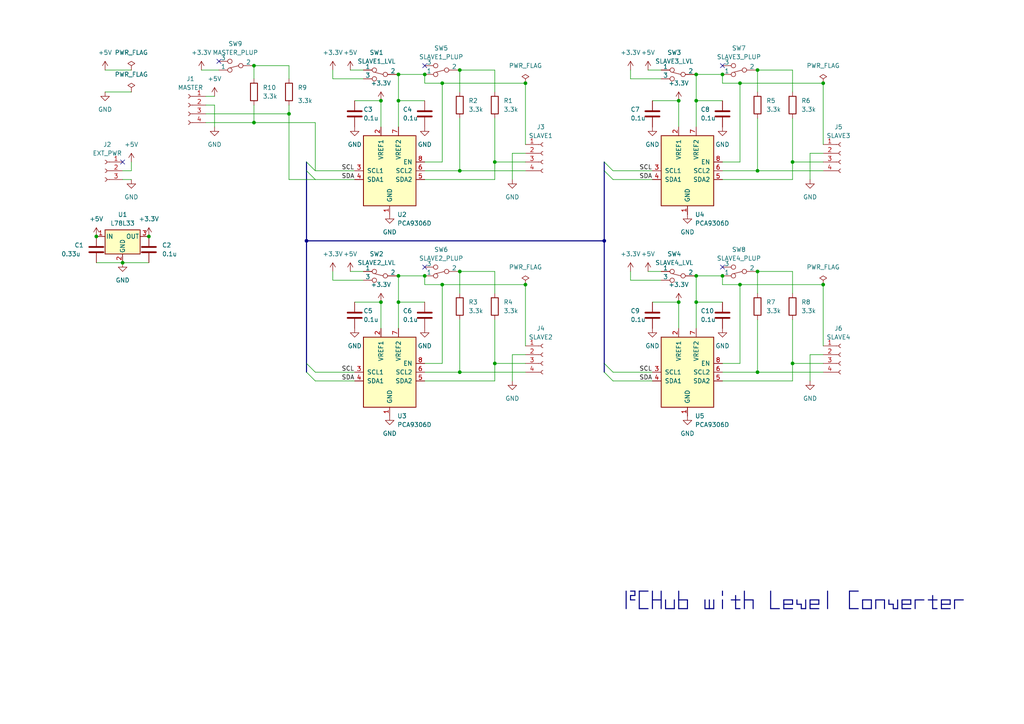
<source format=kicad_sch>
(kicad_sch (version 20230121) (generator eeschema)
  (paper "A4")
  (lib_symbols
    (symbol "Connector:Conn_01x03_Socket" (pin_names (offset 1.016) hide)
      (property "Reference" "J" (at 0 5.08 0))
      (property "Value" "Conn_01x03_Socket" (at 0 -5.08 0))
      (symbol "Conn_01x03_Socket_1_1"
        (arc (start 0 -2.032) (mid -0.5058 -2.54) (end 0 -3.048) (stroke (width 0.1524)))
        (polyline (pts (xy -1.27 -2.54) (xy -0.508 -2.54)) (stroke (width 0.1524)))
        (polyline (pts (xy -1.27 0) (xy -0.508 0)) (stroke (width 0.1524)))
        (polyline (pts (xy -1.27 2.54) (xy -0.508 2.54)) (stroke (width 0.1524)))
        (arc (start 0 0.508) (mid -0.5058 0) (end 0 -0.508) (stroke (width 0.1524)))
        (arc (start 0 3.048) (mid -0.5058 2.54) (end 0 2.032) (stroke (width 0.1524)))
        (pin passive line (at -5.08 2.54 0) (length 3.81) (name "Pin_1") (number "1"))
        (pin passive line (at -5.08 0 0) (length 3.81) (name "Pin_2") (number "2"))
        (pin passive line (at -5.08 -2.54 0) (length 3.81) (name "Pin_3") (number "3"))
      )
    )
    (symbol "Connector:Conn_01x04_Socket" (pin_names (offset 1.016) hide)
      (property "Reference" "J" (at 0 5.08 0))
      (property "Value" "Conn_01x04_Socket" (at 0 -7.62 0))
      (symbol "Conn_01x04_Socket_1_1"
        (arc (start 0 -4.572) (mid -0.5058 -5.08) (end 0 -5.588) (stroke (width 0.1524)))
        (arc (start 0 -2.032) (mid -0.5058 -2.54) (end 0 -3.048) (stroke (width 0.1524)))
        (polyline (pts (xy -1.27 -5.08) (xy -0.508 -5.08)) (stroke (width 0.1524)))
        (polyline (pts (xy -1.27 -2.54) (xy -0.508 -2.54)) (stroke (width 0.1524)))
        (polyline (pts (xy -1.27 0) (xy -0.508 0)) (stroke (width 0.1524)))
        (polyline (pts (xy -1.27 2.54) (xy -0.508 2.54)) (stroke (width 0.1524)))
        (arc (start 0 0.508) (mid -0.5058 0) (end 0 -0.508) (stroke (width 0.1524)))
        (arc (start 0 3.048) (mid -0.5058 2.54) (end 0 2.032) (stroke (width 0.1524)))
        (pin passive line (at -5.08 2.54 0) (length 3.81) (name "Pin_1") (number "1"))
        (pin passive line (at -5.08 0 0) (length 3.81) (name "Pin_2") (number "2"))
        (pin passive line (at -5.08 -2.54 0) (length 3.81) (name "Pin_3") (number "3"))
        (pin passive line (at -5.08 -5.08 0) (length 3.81) (name "Pin_4") (number "4"))
      )
    )
    (symbol "Device:C" (pin_numbers hide) (pin_names (offset 0.254))
      (property "Reference" "C" (at 0.635 2.54 0))
      (property "Value" "C" (at 0.635 -2.54 0))
      (symbol "C_0_1"
        (polyline (pts (xy -2.032 -0.762) (xy 2.032 -0.762)) (stroke (width 0.508)))
        (polyline (pts (xy -2.032 0.762) (xy 2.032 0.762)) (stroke (width 0.508)))
      )
      (symbol "C_1_1"
        (pin passive line (at 0 3.81 270) (length 2.794) (name "~") (number "1"))
        (pin passive line (at 0 -3.81 90) (length 2.794) (name "~") (number "2"))
      )
    )
    (symbol "Device:R" (pin_numbers hide) (pin_names (offset 0))
      (property "Reference" "R" (at 2.032 0 90))
      (property "Value" "R" (at 0 0 90))
      (symbol "R_0_1"
        (rectangle (start -1.016 -2.54) (end 1.016 2.54) (stroke (width 0.254)))
      )
      (symbol "R_1_1"
        (pin passive line (at 0 3.81 270) (length 1.27) (name "~") (number "1"))
        (pin passive line (at 0 -3.81 90) (length 1.27) (name "~") (number "2"))
      )
    )
    (symbol "Interface:PCA9306D" (pin_names (offset 1.016))
      (property "Reference" "U" (at -7.62 11.43 0))
      (property "Value" "PCA9306D" (at 3.81 11.43 0))
      (symbol "PCA9306D_0_1"
        (rectangle (start -7.62 10.16) (end 7.62 -10.16) (stroke (width 0.254)) (fill (type background)))
      )
      (symbol "PCA9306D_1_1"
        (pin power_in line (at 0 -12.7 90) (length 2.54) (name "GND") (number "1"))
        (pin power_in line (at -2.54 12.7 270) (length 2.54) (name "VREF1") (number "2"))
        (pin bidirectional line (at -10.16 0 0) (length 2.54) (name "SCL1") (number "3"))
        (pin bidirectional line (at -10.16 -2.54 0) (length 2.54) (name "SDA1") (number "4"))
        (pin bidirectional line (at 10.16 -2.54 180) (length 2.54) (name "SDA2") (number "5"))
        (pin bidirectional line (at 10.16 0 180) (length 2.54) (name "SCL2") (number "6"))
        (pin power_in line (at 2.54 12.7 270) (length 2.54) (name "VREF2") (number "7"))
        (pin input line (at 10.16 2.54 180) (length 2.54) (name "EN") (number "8"))
      )
    )
    (symbol "Regulator_Linear:L7805" (pin_names (offset 0.254))
      (property "Reference" "U" (at -3.81 3.175 0))
      (property "Value" "L7805" (at 0 3.175 0))
      (symbol "L7805_0_1"
        (rectangle (start -5.08 1.905) (end 5.08 -5.08) (stroke (width 0.254)) (fill (type background)))
      )
      (symbol "L7805_1_1"
        (pin power_in line (at -7.62 0 0) (length 2.54) (name "IN") (number "1"))
        (pin power_in line (at 0 -7.62 90) (length 2.54) (name "GND") (number "2"))
        (pin power_out line (at 7.62 0 180) (length 2.54) (name "OUT") (number "3"))
      )
    )
    (symbol "mecha:SWITCH_INV" (pin_numbers hide) (pin_names (offset 0))
      (property "Reference" "SW" (at -2.54 3.81 0))
      (property "Value" "SWITCH_INV" (at 0 -3.81 0))
      (symbol "SWITCH_INV_0_1"
        (circle (center -2.54 0) (radius 0.635))
        (polyline (pts (xy -1.905 0) (xy 0.635 0.635)))
        (circle (center 0.635 -1.27) (radius 0.635))
        (circle (center 0.635 1.27) (radius 0.635))
      )
      (symbol "SWITCH_INV_1_1"
        (pin passive line (at 3.81 1.27 180) (length 2.54) (name "1") (number "1"))
        (pin passive line (at -6.35 0 0) (length 3.175) (name "2") (number "2"))
        (pin passive line (at 3.81 -1.27 180) (length 2.54) (name "3") (number "3"))
      )
    )
    (symbol "power:+3.3V" (power) (pin_names (offset 0))
      (property "Value" "+3.3V" (at 0 3.556 0))
      (symbol "+3.3V_0_1"
        (polyline (pts (xy -0.762 1.27) (xy 0 2.54)))
        (polyline (pts (xy 0 0) (xy 0 2.54)))
        (polyline (pts (xy 0 2.54) (xy 0.762 1.27)))
      )
      (symbol "+3.3V_1_1"
        (pin power_in line (at 0 0 90) (length 0) hide (name "+3.3V") (number "1"))
      )
    )
    (symbol "power:+5V" (power) (pin_names (offset 0))
      (property "Value" "+5V" (at 0 3.556 0))
      (symbol "+5V_0_1"
        (polyline (pts (xy -0.762 1.27) (xy 0 2.54)))
        (polyline (pts (xy 0 0) (xy 0 2.54)))
        (polyline (pts (xy 0 2.54) (xy 0.762 1.27)))
      )
      (symbol "+5V_1_1"
        (pin power_in line (at 0 0 90) (length 0) hide (name "+5V") (number "1"))
      )
    )
    (symbol "power:GND" (power) (pin_names (offset 0))
      (property "Value" "GND" (at 0 -3.81 0))
      (symbol "GND_0_1"
        (polyline (pts (xy 0 0) (xy 0 -1.27) (xy 1.27 -1.27) (xy 0 -2.54) (xy -1.27 -1.27) (xy 0 -1.27)))
      )
      (symbol "GND_1_1"
        (pin power_in line (at 0 0 270) (length 0) hide (name "GND") (number "1"))
      )
    )
    (symbol "power:PWR_FLAG" (power) (pin_numbers hide) (pin_names (offset 0) hide)
      (property "Value" "PWR_FLAG" (at 0 3.81 0))
      (symbol "PWR_FLAG_0_0"
        (pin power_out line (at 0 0 90) (length 0) (name "pwr") (number "1"))
      )
      (symbol "PWR_FLAG_0_1"
        (polyline (pts (xy 0 0) (xy 0 1.27) (xy -1.016 1.905) (xy 0 2.54) (xy 1.016 1.905) (xy 0 1.27)))
      )
    )
  )
  (junction (at 143.51 105.41))
  (junction (at 209.55 21.59))
  (junction (at 115.57 80.01))
  (junction (at 133.35 78.74))
  (junction (at 201.93 29.21))
  (junction (at 152.4 24.13))
  (junction (at 219.71 78.74))
  (junction (at 73.66 35.56))
  (junction (at 219.71 107.95))
  (junction (at 196.85 87.63))
  (junction (at 201.93 87.63))
  (junction (at 83.82 33.02))
  (junction (at 88.9 69.85))
  (junction (at 201.93 21.59))
  (junction (at 115.57 87.63))
  (junction (at 35.56 76.2))
  (junction (at 115.57 21.59))
  (junction (at 209.55 80.01))
  (junction (at 133.35 107.95))
  (junction (at 152.4 82.55))
  (junction (at 196.85 29.21))
  (junction (at 128.27 82.55))
  (junction (at 133.35 20.32))
  (junction (at 238.76 24.13))
  (junction (at 128.27 24.13))
  (junction (at 133.35 49.53))
  (junction (at 110.49 29.21))
  (junction (at 123.19 21.59))
  (junction (at 238.76 82.55))
  (junction (at 110.49 87.63))
  (junction (at 175.26 69.85))
  (junction (at 214.63 24.13))
  (junction (at 214.63 82.55))
  (junction (at 27.94 68.58))
  (junction (at 229.87 105.41))
  (junction (at 219.71 20.32))
  (junction (at 73.66 19.05))
  (junction (at 43.18 68.58))
  (junction (at 229.87 46.99))
  (junction (at 201.93 80.01))
  (junction (at 143.51 46.99))
  (junction (at 115.57 29.21))
  (junction (at 123.19 80.01))
  (junction (at 219.71 49.53))
  (no_connect (at 63.5 17.78))
  (no_connect (at 209.55 19.05))
  (no_connect (at 123.19 77.47))
  (no_connect (at 123.19 19.05))
  (no_connect (at 35.56 46.99))
  (no_connect (at 209.55 77.47))
  (bus_entry (at 91.44 49.53) (size -2.54 -2.54))
  (bus_entry (at 91.44 52.07) (size -2.54 -2.54))
  (bus_entry (at 91.44 110.49) (size -2.54 -2.54))
  (bus_entry (at 177.8 49.53) (size -2.54 -2.54))
  (bus_entry (at 177.8 107.95) (size -2.54 -2.54))
  (bus_entry (at 177.8 110.49) (size -2.54 -2.54))
  (bus_entry (at 177.8 52.07) (size -2.54 -2.54))
  (bus_entry (at 91.44 107.95) (size -2.54 -2.54))
  (wire (pts (xy 187.96 20.32) (xy 191.77 20.32)))
  (bus (pts (xy 231.14 173.99) (xy 231.14 175.26)))
  (wire (pts (xy 128.27 82.55) (xy 128.27 105.41)))
  (bus (pts (xy 229.87 173.99) (xy 229.87 175.26)))
  (wire (pts (xy 219.71 34.29) (xy 219.71 49.53)))
  (wire (pts (xy 214.63 82.55) (xy 238.76 82.55)))
  (bus (pts (xy 175.26 69.85) (xy 175.26 105.41)))
  (wire (pts (xy 209.55 29.21) (xy 201.93 29.21)))
  (wire (pts (xy 128.27 24.13) (xy 123.19 24.13)))
  (wire (pts (xy 73.66 35.56) (xy 91.44 35.56)))
  (wire (pts (xy 123.19 107.95) (xy 133.35 107.95)))
  (wire (pts (xy 209.55 49.53) (xy 219.71 49.53)))
  (bus (pts (xy 223.52 171.45) (xy 223.52 176.53)))
  (wire (pts (xy 30.48 26.67) (xy 38.1 26.67)))
  (wire (pts (xy 209.55 80.01) (xy 209.55 82.55)))
  (bus (pts (xy 175.26 49.53) (xy 175.26 69.85)))
  (wire (pts (xy 189.23 87.63) (xy 196.85 87.63)))
  (bus (pts (xy 237.49 176.53) (xy 234.95 176.53)))
  (bus (pts (xy 204.47 176.53) (xy 207.01 176.53)))
  (bus (pts (xy 199.39 176.53) (xy 199.39 173.99)))
  (wire (pts (xy 133.35 107.95) (xy 152.4 107.95)))
  (bus (pts (xy 227.33 173.99) (xy 227.33 176.53)))
  (wire (pts (xy 91.44 52.07) (xy 102.87 52.07)))
  (wire (pts (xy 59.69 33.02) (xy 83.82 33.02)))
  (bus (pts (xy 204.47 173.99) (xy 204.47 176.53)))
  (wire (pts (xy 133.35 20.32) (xy 143.51 20.32)))
  (bus (pts (xy 175.26 69.85) (xy 88.9 69.85)))
  (wire (pts (xy 133.35 85.09) (xy 133.35 78.74)))
  (wire (pts (xy 102.87 87.63) (xy 110.49 87.63)))
  (bus (pts (xy 259.08 175.26) (xy 259.08 176.53)))
  (wire (pts (xy 143.51 92.71) (xy 143.51 105.41)))
  (wire (pts (xy 133.35 78.74) (xy 143.51 78.74)))
  (wire (pts (xy 115.57 29.21) (xy 115.57 36.83)))
  (wire (pts (xy 128.27 82.55) (xy 152.4 82.55)))
  (bus (pts (xy 252.73 176.53) (xy 252.73 173.99)))
  (bus (pts (xy 232.41 176.53) (xy 233.68 176.53)))
  (bus (pts (xy 265.43 173.99) (xy 267.97 173.99)))
  (bus (pts (xy 215.9 173.99) (xy 218.44 173.99)))
  (bus (pts (xy 88.9 69.85) (xy 88.9 105.41)))
  (wire (pts (xy 143.51 110.49) (xy 143.51 105.41)))
  (wire (pts (xy 123.19 87.63) (xy 115.57 87.63)))
  (wire (pts (xy 148.59 102.87) (xy 148.59 110.49)))
  (wire (pts (xy 143.51 105.41) (xy 152.4 105.41)))
  (wire (pts (xy 143.51 46.99) (xy 152.4 46.99)))
  (wire (pts (xy 214.63 24.13) (xy 209.55 24.13)))
  (bus (pts (xy 233.68 173.99) (xy 233.68 176.53)))
  (wire (pts (xy 91.44 107.95) (xy 102.87 107.95)))
  (wire (pts (xy 128.27 105.41) (xy 123.19 105.41)))
  (bus (pts (xy 273.05 176.53) (xy 275.59 176.53)))
  (bus (pts (xy 184.15 171.45) (xy 184.15 172.72)))
  (wire (pts (xy 59.69 30.48) (xy 62.23 30.48)))
  (wire (pts (xy 177.8 49.53) (xy 189.23 49.53)))
  (bus (pts (xy 264.16 173.99) (xy 264.16 175.26)))
  (bus (pts (xy 209.55 171.45) (xy 209.55 172.72)))
  (wire (pts (xy 182.88 81.28) (xy 191.77 81.28)))
  (wire (pts (xy 123.19 80.01) (xy 123.19 82.55)))
  (wire (pts (xy 38.1 46.99) (xy 38.1 49.53)))
  (wire (pts (xy 96.52 78.74) (xy 96.52 81.28)))
  (wire (pts (xy 143.51 20.32) (xy 143.51 26.67)))
  (bus (pts (xy 257.81 173.99) (xy 257.81 175.26)))
  (wire (pts (xy 143.51 52.07) (xy 143.51 46.99)))
  (wire (pts (xy 201.93 21.59) (xy 209.55 21.59)))
  (wire (pts (xy 110.49 29.21) (xy 110.49 36.83)))
  (wire (pts (xy 238.76 102.87) (xy 234.95 102.87)))
  (wire (pts (xy 219.71 78.74) (xy 229.87 78.74)))
  (wire (pts (xy 35.56 49.53) (xy 38.1 49.53)))
  (bus (pts (xy 191.77 171.45) (xy 191.77 176.53)))
  (bus (pts (xy 276.86 173.99) (xy 279.4 173.99)))
  (bus (pts (xy 185.42 176.53) (xy 187.96 176.53)))
  (wire (pts (xy 219.71 92.71) (xy 219.71 107.95)))
  (wire (pts (xy 238.76 44.45) (xy 234.95 44.45)))
  (wire (pts (xy 59.69 35.56) (xy 73.66 35.56)))
  (bus (pts (xy 261.62 173.99) (xy 261.62 176.53)))
  (wire (pts (xy 177.8 110.49) (xy 189.23 110.49)))
  (wire (pts (xy 83.82 30.48) (xy 83.82 33.02)))
  (wire (pts (xy 115.57 87.63) (xy 115.57 95.25)))
  (bus (pts (xy 273.05 175.26) (xy 275.59 175.26)))
  (bus (pts (xy 234.95 173.99) (xy 234.95 176.53)))
  (bus (pts (xy 215.9 171.45) (xy 215.9 176.53)))
  (wire (pts (xy 128.27 24.13) (xy 152.4 24.13)))
  (wire (pts (xy 133.35 49.53) (xy 152.4 49.53)))
  (bus (pts (xy 260.35 173.99) (xy 260.35 176.53)))
  (bus (pts (xy 196.85 176.53) (xy 199.39 176.53)))
  (bus (pts (xy 184.15 172.72) (xy 182.88 172.72)))
  (bus (pts (xy 189.23 173.99) (xy 191.77 173.99)))
  (bus (pts (xy 276.86 176.53) (xy 276.86 173.99)))
  (wire (pts (xy 209.55 52.07) (xy 229.87 52.07)))
  (wire (pts (xy 30.48 20.32) (xy 38.1 20.32)))
  (wire (pts (xy 214.63 46.99) (xy 209.55 46.99)))
  (wire (pts (xy 91.44 35.56) (xy 91.44 49.53)))
  (wire (pts (xy 229.87 46.99) (xy 238.76 46.99)))
  (wire (pts (xy 182.88 22.86) (xy 191.77 22.86)))
  (wire (pts (xy 58.42 20.32) (xy 63.5 20.32)))
  (bus (pts (xy 270.51 172.72) (xy 270.51 176.53)))
  (wire (pts (xy 148.59 44.45) (xy 148.59 52.07)))
  (bus (pts (xy 189.23 171.45) (xy 189.23 176.53)))
  (wire (pts (xy 196.85 29.21) (xy 196.85 36.83)))
  (wire (pts (xy 115.57 80.01) (xy 123.19 80.01)))
  (wire (pts (xy 214.63 24.13) (xy 214.63 46.99)))
  (bus (pts (xy 273.05 173.99) (xy 273.05 176.53)))
  (bus (pts (xy 218.44 173.99) (xy 218.44 176.53)))
  (bus (pts (xy 237.49 173.99) (xy 237.49 175.26)))
  (wire (pts (xy 143.51 78.74) (xy 143.51 85.09)))
  (wire (pts (xy 177.8 107.95) (xy 189.23 107.95)))
  (wire (pts (xy 91.44 52.07) (xy 83.82 52.07)))
  (bus (pts (xy 227.33 173.99) (xy 229.87 173.99)))
  (wire (pts (xy 83.82 22.86) (xy 83.82 19.05)))
  (wire (pts (xy 133.35 34.29) (xy 133.35 49.53)))
  (wire (pts (xy 209.55 107.95) (xy 219.71 107.95)))
  (wire (pts (xy 152.4 82.55) (xy 152.4 100.33)))
  (wire (pts (xy 35.56 52.07) (xy 38.1 52.07)))
  (bus (pts (xy 187.96 171.45) (xy 185.42 171.45)))
  (wire (pts (xy 102.87 29.21) (xy 110.49 29.21)))
  (wire (pts (xy 214.63 82.55) (xy 214.63 105.41)))
  (wire (pts (xy 96.52 81.28) (xy 105.41 81.28)))
  (wire (pts (xy 133.35 92.71) (xy 133.35 107.95)))
  (bus (pts (xy 213.36 172.72) (xy 213.36 176.53)))
  (bus (pts (xy 182.88 173.99) (xy 184.15 173.99)))
  (wire (pts (xy 62.23 30.48) (xy 62.23 36.83)))
  (wire (pts (xy 152.4 44.45) (xy 148.59 44.45)))
  (wire (pts (xy 182.88 78.74) (xy 182.88 81.28)))
  (bus (pts (xy 181.61 171.45) (xy 181.61 176.53)))
  (wire (pts (xy 201.93 87.63) (xy 201.93 80.01)))
  (bus (pts (xy 261.62 173.99) (xy 264.16 173.99)))
  (bus (pts (xy 270.51 176.53) (xy 271.78 176.53)))
  (bus (pts (xy 209.55 173.99) (xy 209.55 176.53)))
  (bus (pts (xy 207.01 173.99) (xy 207.01 176.53)))
  (wire (pts (xy 128.27 46.99) (xy 123.19 46.99)))
  (bus (pts (xy 193.04 176.53) (xy 195.58 176.53)))
  (wire (pts (xy 152.4 24.13) (xy 152.4 41.91)))
  (bus (pts (xy 234.95 175.26) (xy 237.49 175.26)))
  (wire (pts (xy 96.52 20.32) (xy 96.52 22.86)))
  (wire (pts (xy 123.19 52.07) (xy 143.51 52.07)))
  (wire (pts (xy 115.57 87.63) (xy 115.57 80.01)))
  (wire (pts (xy 229.87 52.07) (xy 229.87 46.99)))
  (wire (pts (xy 83.82 52.07) (xy 83.82 33.02)))
  (bus (pts (xy 182.88 171.45) (xy 184.15 171.45)))
  (bus (pts (xy 175.26 105.41) (xy 175.26 107.95)))
  (wire (pts (xy 201.93 29.21) (xy 201.93 36.83)))
  (wire (pts (xy 128.27 24.13) (xy 128.27 46.99)))
  (wire (pts (xy 73.66 19.05) (xy 73.66 22.86)))
  (wire (pts (xy 189.23 29.21) (xy 196.85 29.21)))
  (bus (pts (xy 88.9 105.41) (xy 88.9 107.95)))
  (wire (pts (xy 27.94 76.2) (xy 35.56 76.2)))
  (wire (pts (xy 209.55 21.59) (xy 209.55 24.13)))
  (wire (pts (xy 115.57 29.21) (xy 115.57 21.59)))
  (bus (pts (xy 232.41 175.26) (xy 232.41 176.53)))
  (wire (pts (xy 219.71 78.74) (xy 219.71 85.09)))
  (wire (pts (xy 219.71 49.53) (xy 238.76 49.53)))
  (wire (pts (xy 35.56 76.2) (xy 43.18 76.2)))
  (wire (pts (xy 187.96 78.74) (xy 191.77 78.74)))
  (wire (pts (xy 229.87 78.74) (xy 229.87 85.09)))
  (wire (pts (xy 73.66 30.48) (xy 73.66 35.56)))
  (wire (pts (xy 101.6 78.74) (xy 105.41 78.74)))
  (wire (pts (xy 214.63 24.13) (xy 238.76 24.13)))
  (wire (pts (xy 101.6 20.32) (xy 105.41 20.32)))
  (wire (pts (xy 229.87 110.49) (xy 229.87 105.41)))
  (wire (pts (xy 152.4 102.87) (xy 148.59 102.87)))
  (bus (pts (xy 88.9 46.99) (xy 88.9 49.53)))
  (bus (pts (xy 185.42 171.45) (xy 185.42 176.53)))
  (wire (pts (xy 91.44 110.49) (xy 102.87 110.49)))
  (bus (pts (xy 257.81 175.26) (xy 259.08 175.26)))
  (bus (pts (xy 88.9 49.53) (xy 88.9 69.85)))
  (wire (pts (xy 96.52 22.86) (xy 105.41 22.86)))
  (bus (pts (xy 256.54 173.99) (xy 256.54 176.53)))
  (wire (pts (xy 209.55 110.49) (xy 229.87 110.49)))
  (wire (pts (xy 196.85 87.63) (xy 196.85 95.25)))
  (wire (pts (xy 143.51 34.29) (xy 143.51 46.99)))
  (bus (pts (xy 234.95 173.99) (xy 237.49 173.99)))
  (wire (pts (xy 238.76 24.13) (xy 238.76 41.91)))
  (bus (pts (xy 250.19 176.53) (xy 252.73 176.53)))
  (bus (pts (xy 205.74 173.99) (xy 205.74 176.53)))
  (wire (pts (xy 229.87 92.71) (xy 229.87 105.41)))
  (wire (pts (xy 73.66 19.05) (xy 83.82 19.05)))
  (bus (pts (xy 265.43 176.53) (xy 265.43 173.99)))
  (wire (pts (xy 238.76 82.55) (xy 238.76 100.33)))
  (wire (pts (xy 182.88 20.32) (xy 182.88 22.86)))
  (wire (pts (xy 201.93 80.01) (xy 209.55 80.01)))
  (bus (pts (xy 250.19 173.99) (xy 252.73 173.99)))
  (wire (pts (xy 62.23 27.94) (xy 59.69 27.94)))
  (bus (pts (xy 212.09 173.99) (xy 214.63 173.99)))
  (bus (pts (xy 275.59 175.26) (xy 275.59 173.99)))
  (wire (pts (xy 133.35 20.32) (xy 133.35 26.67)))
  (bus (pts (xy 175.26 46.99) (xy 175.26 49.53)))
  (bus (pts (xy 248.92 171.45) (xy 246.38 171.45)))
  (wire (pts (xy 214.63 105.41) (xy 209.55 105.41)))
  (bus (pts (xy 182.88 172.72) (xy 182.88 173.99)))
  (wire (pts (xy 229.87 20.32) (xy 229.87 26.67)))
  (wire (pts (xy 201.93 87.63) (xy 201.93 95.25)))
  (wire (pts (xy 219.71 107.95) (xy 238.76 107.95)))
  (bus (pts (xy 246.38 176.53) (xy 248.92 176.53)))
  (bus (pts (xy 261.62 175.26) (xy 264.16 175.26)))
  (wire (pts (xy 219.71 26.67) (xy 219.71 20.32)))
  (bus (pts (xy 240.03 171.45) (xy 240.03 176.53)))
  (wire (pts (xy 229.87 105.41) (xy 238.76 105.41)))
  (bus (pts (xy 193.04 173.99) (xy 193.04 176.53)))
  (wire (pts (xy 91.44 49.53) (xy 102.87 49.53)))
  (bus (pts (xy 229.87 176.53) (xy 227.33 176.53)))
  (wire (pts (xy 115.57 21.59) (xy 123.19 21.59)))
  (bus (pts (xy 275.59 173.99) (xy 273.05 173.99)))
  (bus (pts (xy 213.36 176.53) (xy 214.63 176.53)))
  (bus (pts (xy 196.85 171.45) (xy 196.85 176.53)))
  (bus (pts (xy 195.58 173.99) (xy 195.58 176.53)))
  (wire (pts (xy 123.19 49.53) (xy 133.35 49.53)))
  (wire (pts (xy 234.95 102.87) (xy 234.95 110.49)))
  (wire (pts (xy 214.63 82.55) (xy 209.55 82.55)))
  (wire (pts (xy 201.93 21.59) (xy 201.93 29.21)))
  (wire (pts (xy 110.49 87.63) (xy 110.49 95.25)))
  (bus (pts (xy 246.38 171.45) (xy 246.38 176.53)))
  (wire (pts (xy 123.19 29.21) (xy 115.57 29.21)))
  (bus (pts (xy 231.14 175.26) (xy 232.41 175.26)))
  (wire (pts (xy 123.19 110.49) (xy 143.51 110.49)))
  (bus (pts (xy 254 176.53) (xy 254 173.99)))
  (bus (pts (xy 223.52 176.53) (xy 226.06 176.53)))
  (wire (pts (xy 209.55 87.63) (xy 201.93 87.63)))
  (bus (pts (xy 269.24 173.99) (xy 271.78 173.99)))
  (wire (pts (xy 229.87 34.29) (xy 229.87 46.99)))
  (bus (pts (xy 250.19 173.99) (xy 250.19 176.53)))
  (wire (pts (xy 219.71 20.32) (xy 229.87 20.32)))
  (bus (pts (xy 259.08 176.53) (xy 260.35 176.53)))
  (bus (pts (xy 254 173.99) (xy 256.54 173.99)))
  (wire (pts (xy 128.27 82.55) (xy 123.19 82.55)))
  (wire (pts (xy 177.8 52.07) (xy 189.23 52.07)))
  (bus (pts (xy 264.16 176.53) (xy 261.62 176.53)))
  (bus (pts (xy 227.33 175.26) (xy 229.87 175.26)))
  (wire (pts (xy 123.19 21.59) (xy 123.19 24.13)))
  (wire (pts (xy 234.95 44.45) (xy 234.95 52.07)))
  (bus (pts (xy 196.85 173.99) (xy 199.39 173.99)))
  (label "SDA" (at 99.06 52.07 0))
  (label "SDA" (at 185.42 52.07 0))
  (label "SCL" (at 99.06 107.95 0))
  (label "SCL" (at 185.42 107.95 0))
  (label "SCL" (at 99.06 49.53 0))
  (label "SDA" (at 99.06 110.49 0))
  (label "SDA" (at 185.42 110.49 0))
  (label "SCL" (at 185.42 49.53 0))
  (symbol (lib_id "power:GND") (at 209.55 36.83 0) (unit 1)
    (property "Reference" "#PWR036" (effects hide))
    (property "Value" "GND" (at 209.55 41.91 0))
  )
  (symbol (lib_id "power:PWR_FLAG") (at 38.1 20.32 0) (unit 1)
    (property "Reference" "#FLG01" (effects hide))
    (property "Value" "PWR_FLAG" (at 38.1 15.24 0))
  )
  (symbol (lib_id "power:GND") (at 30.48 26.67 0) (unit 1)
    (property "Reference" "#PWR030" (effects hide))
    (property "Value" "GND" (at 30.48 31.75 0))
  )
  (symbol (lib_id "mecha:SWITCH_INV") (at 109.22 80.01 0) (mirror y) (unit 1)
    (property "Reference" "SW2" (at 109.22 73.66 0))
    (property "Value" "SLAVE2_LVL" (at 109.22 76.2 0))
    (property "Footprint" "mecha:toggle_1-2" (effects hide))
  )
  (symbol (lib_id "Device:C") (at 189.23 33.02 0) (unit 1)
    (property "Reference" "C7" (at 182.88 31.75 0) (effects (justify left)))
    (property "Value" "0.1u" (at 182.88 34.29 0) (effects (justify left)))
    (property "Footprint" "Capacitor_SMD:C_0805_2012Metric" (effects hide))
  )
  (symbol (lib_id "Device:C") (at 43.18 72.39 0) (unit 1)
    (property "Reference" "C2" (at 46.99 71.12 0) (effects (justify left)))
    (property "Value" "0.1u" (at 46.99 73.66 0) (effects (justify left)))
    (property "Footprint" "Capacitor_SMD:C_0805_2012Metric" (effects hide))
  )
  (symbol (lib_id "power:GND") (at 123.19 36.83 0) (unit 1)
    (property "Reference" "#PWR032" (effects hide))
    (property "Value" "GND" (at 123.19 41.91 0))
  )
  (symbol (lib_id "power:+3.3V") (at 182.88 78.74 0) (unit 1)
    (property "Reference" "#PWR023" (effects hide))
    (property "Value" "+3.3V" (at 182.88 73.66 0))
  )
  (symbol (lib_id "power:GND") (at 102.87 36.83 0) (unit 1)
    (property "Reference" "#PWR031" (effects hide))
    (property "Value" "GND" (at 102.87 41.91 0))
  )
  (symbol (lib_id "power:+3.3V") (at 110.49 87.63 0) (unit 1)
    (property "Reference" "#PWR015" (effects hide))
    (property "Value" "+3.3V" (at 110.49 82.55 0))
  )
  (symbol (lib_id "Device:C") (at 209.55 91.44 0) (unit 1)
    (property "Reference" "C10" (at 203.2 90.17 0) (effects (justify left)))
    (property "Value" "0.1u" (at 203.2 92.71 0) (effects (justify left)))
    (property "Footprint" "Capacitor_SMD:C_0805_2012Metric" (effects hide))
  )
  (symbol (lib_id "Interface:PCA9306D") (at 113.03 49.53 0) (unit 1)
    (property "Reference" "U2" (at 115.2241 62.23 0) (effects (justify left)))
    (property "Value" "PCA9306D" (at 115.2241 64.77 0) (effects (justify left)))
    (property "Footprint" "Package_SO:SO-8_3.9x4.9mm_P1.27mm" (effects hide))
    (property "Datasheet" "https://www.nxp.com/docs/en/data-sheet/PCA9306.pdf" (effects hide))
  )
  (symbol (lib_id "power:GND") (at 113.03 62.23 0) (unit 1)
    (property "Reference" "#PWR011" (effects hide))
    (property "Value" "GND" (at 113.03 67.31 0))
  )
  (symbol (lib_id "Interface:PCA9306D") (at 199.39 107.95 0) (unit 1)
    (property "Reference" "U5" (at 201.5841 120.65 0) (effects (justify left)))
    (property "Value" "PCA9306D" (at 201.5841 123.19 0) (effects (justify left)))
    (property "Footprint" "Package_SO:SO-8_3.9x4.9mm_P1.27mm" (effects hide))
    (property "Datasheet" "https://www.nxp.com/docs/en/data-sheet/PCA9306.pdf" (effects hide))
  )
  (symbol (lib_id "Interface:PCA9306D") (at 199.39 49.53 0) (unit 1)
    (property "Reference" "U4" (at 201.5841 62.23 0) (effects (justify left)))
    (property "Value" "PCA9306D" (at 201.5841 64.77 0) (effects (justify left)))
    (property "Footprint" "Package_SO:SO-8_3.9x4.9mm_P1.27mm" (effects hide))
    (property "Datasheet" "https://www.nxp.com/docs/en/data-sheet/PCA9306.pdf" (effects hide))
  )
  (symbol (lib_id "Device:R") (at 229.87 88.9 0) (unit 1)
    (property "Reference" "R8" (at 232.41 87.63 0) (effects (justify left)))
    (property "Value" "3.3k" (at 232.41 90.17 0) (effects (justify left)))
    (property "Footprint" "Resistor_SMD:R_0603_1608Metric" (effects hide))
  )
  (symbol (lib_id "Connector:Conn_01x04_Socket") (at 54.61 30.48 0) (mirror y) (unit 1)
    (property "Reference" "J1" (at 55.245 22.86 0))
    (property "Value" "MASTER" (at 55.245 25.4 0))
    (property "Footprint" "mecha_connectors:XA_4pin_Straight" (effects hide))
  )
  (symbol (lib_id "Device:R") (at 73.66 26.67 0) (unit 1)
    (property "Reference" "R10" (at 76.2 25.4 0) (effects (justify left)))
    (property "Value" "3.3k" (at 76.2 27.94 0) (effects (justify left)))
    (property "Footprint" "Resistor_SMD:R_0603_1608Metric" (effects hide))
  )
  (symbol (lib_id "power:PWR_FLAG") (at 238.76 24.13 0) (unit 1)
    (property "Reference" "#FLG06" (effects hide))
    (property "Value" "PWR_FLAG" (at 238.76 19.05 0))
  )
  (symbol (lib_id "power:+5V") (at 101.6 78.74 0) (unit 1)
    (property "Reference" "#PWR014" (effects hide))
    (property "Value" "+5V" (at 101.6 73.66 0))
  )
  (symbol (lib_id "power:GND") (at 199.39 62.23 0) (unit 1)
    (property "Reference" "#PWR021" (effects hide))
    (property "Value" "GND" (at 199.39 67.31 0))
  )
  (symbol (lib_id "Device:C") (at 189.23 91.44 0) (unit 1)
    (property "Reference" "C9" (at 182.88 90.17 0) (effects (justify left)))
    (property "Value" "0.1u" (at 182.88 92.71 0) (effects (justify left)))
    (property "Footprint" "Capacitor_SMD:C_0805_2012Metric" (effects hide))
  )
  (symbol (lib_id "power:+5V") (at 38.1 46.99 0) (unit 1)
    (property "Reference" "#PWR04" (effects hide))
    (property "Value" "+5V" (at 38.1 41.91 0))
  )
  (symbol (lib_id "power:+3.3V") (at 196.85 29.21 0) (unit 1)
    (property "Reference" "#PWR020" (effects hide))
    (property "Value" "+3.3V" (at 196.85 24.13 0))
  )
  (symbol (lib_id "mecha:SWITCH_INV") (at 195.58 80.01 0) (mirror y) (unit 1)
    (property "Reference" "SW4" (at 195.58 73.66 0))
    (property "Value" "SLAVE4_LVL" (at 195.58 76.2 0))
    (property "Footprint" "mecha:toggle_1-2" (effects hide))
  )
  (symbol (lib_id "power:+5V") (at 101.6 20.32 0) (unit 1)
    (property "Reference" "#PWR09" (effects hide))
    (property "Value" "+5V" (at 101.6 15.24 0))
  )
  (symbol (lib_id "power:GND") (at 199.39 120.65 0) (unit 1)
    (property "Reference" "#PWR026" (effects hide))
    (property "Value" "GND" (at 199.39 125.73 0))
  )
  (symbol (lib_id "power:GND") (at 234.95 52.07 0) (unit 1)
    (property "Reference" "#PWR022" (effects hide))
    (property "Value" "GND" (at 234.95 57.15 0))
  )
  (symbol (lib_id "mecha:SWITCH_INV") (at 213.36 78.74 180) (unit 1)
    (property "Reference" "SW8" (at 214.3125 72.39 0))
    (property "Value" "SLAVE4_PLUP" (at 214.3125 74.93 0))
    (property "Footprint" "mecha:toggle_1-2" (effects hide))
  )
  (symbol (lib_id "Device:C") (at 27.94 72.39 0) (unit 1)
    (property "Reference" "C1" (at 21.59 71.12 0) (effects (justify left)))
    (property "Value" "0.33u" (at 17.78 73.66 0) (effects (justify left)))
    (property "Footprint" "Capacitor_SMD:C_0805_2012Metric" (effects hide))
  )
  (symbol (lib_id "Device:R") (at 219.71 88.9 0) (unit 1)
    (property "Reference" "R7" (at 222.25 87.63 0) (effects (justify left)))
    (property "Value" "3.3k" (at 222.25 90.17 0) (effects (justify left)))
    (property "Footprint" "Resistor_SMD:R_0603_1608Metric" (effects hide))
  )
  (symbol (lib_id "Device:R") (at 229.87 30.48 0) (unit 1)
    (property "Reference" "R6" (at 232.41 29.21 0) (effects (justify left)))
    (property "Value" "3.3k" (at 232.41 31.75 0) (effects (justify left)))
    (property "Footprint" "Resistor_SMD:R_0603_1608Metric" (effects hide))
  )
  (symbol (lib_id "mecha:SWITCH_INV") (at 127 78.74 180) (unit 1)
    (property "Reference" "SW6" (at 127.9525 72.39 0))
    (property "Value" "SLAVE2_PLUP" (at 127.9525 74.93 0))
    (property "Footprint" "mecha:toggle_1-2" (effects hide))
  )
  (symbol (lib_id "power:GND") (at 38.1 52.07 0) (unit 1)
    (property "Reference" "#PWR05" (effects hide))
    (property "Value" "GND" (at 38.1 57.15 0))
  )
  (symbol (lib_id "Device:R") (at 133.35 88.9 0) (unit 1)
    (property "Reference" "R3" (at 135.89 87.63 0) (effects (justify left)))
    (property "Value" "3.3k" (at 135.89 90.17 0) (effects (justify left)))
    (property "Footprint" "Resistor_SMD:R_0603_1608Metric" (effects hide))
  )
  (symbol (lib_id "power:PWR_FLAG") (at 152.4 24.13 0) (unit 1)
    (property "Reference" "#FLG04" (effects hide))
    (property "Value" "PWR_FLAG" (at 152.4 19.05 0))
  )
  (symbol (lib_id "power:GND") (at 62.23 36.83 0) (unit 1)
    (property "Reference" "#PWR013" (effects hide))
    (property "Value" "GND" (at 62.23 41.91 0))
  )
  (symbol (lib_id "Device:C") (at 123.19 33.02 0) (unit 1)
    (property "Reference" "C4" (at 116.84 31.75 0) (effects (justify left)))
    (property "Value" "0.1u" (at 116.84 34.29 0) (effects (justify left)))
    (property "Footprint" "Capacitor_SMD:C_0805_2012Metric" (effects hide))
  )
  (symbol (lib_id "power:GND") (at 35.56 76.2 0) (unit 1)
    (property "Reference" "#PWR03" (effects hide))
    (property "Value" "GND" (at 35.56 81.28 0))
  )
  (symbol (lib_id "power:GND") (at 189.23 95.25 0) (unit 1)
    (property "Reference" "#PWR037" (effects hide))
    (property "Value" "GND" (at 189.23 100.33 0))
  )
  (symbol (lib_id "power:+3.3V") (at 182.88 20.32 0) (unit 1)
    (property "Reference" "#PWR018" (effects hide))
    (property "Value" "+3.3V" (at 182.88 15.24 0))
  )
  (symbol (lib_id "Connector:Conn_01x04_Socket") (at 243.84 102.87 0) (unit 1)
    (property "Reference" "J6" (at 243.205 95.25 0))
    (property "Value" "SLAVE4" (at 243.205 97.79 0))
    (property "Footprint" "mecha_connectors:XA_4pin_Straight" (effects hide))
  )
  (symbol (lib_id "power:GND") (at 189.23 36.83 0) (unit 1)
    (property "Reference" "#PWR035" (effects hide))
    (property "Value" "GND" (at 189.23 41.91 0))
  )
  (symbol (lib_id "mecha:SWITCH_INV") (at 213.36 20.32 180) (unit 1)
    (property "Reference" "SW7" (at 214.3125 13.97 0))
    (property "Value" "SLAVE3_PLUP" (at 214.3125 16.51 0))
    (property "Footprint" "mecha:toggle_1-2" (effects hide))
  )
  (symbol (lib_id "mecha:SWITCH_INV") (at 127 20.32 180) (unit 1)
    (property "Reference" "SW5" (at 127.9525 13.97 0))
    (property "Value" "SLAVE1_PLUP" (at 127.9525 16.51 0))
    (property "Footprint" "mecha:toggle_1-2" (effects hide))
  )
  (symbol (lib_id "power:PWR_FLAG") (at 38.1 26.67 0) (unit 1)
    (property "Reference" "#FLG02" (effects hide))
    (property "Value" "PWR_FLAG" (at 38.1 21.59 0))
  )
  (symbol (lib_id "power:+3.3V") (at 43.18 68.58 0) (unit 1)
    (property "Reference" "#PWR02" (effects hide))
    (property "Value" "+3.3V" (at 43.18 63.5 0))
  )
  (symbol (lib_id "power:+5V") (at 27.94 68.58 0) (unit 1)
    (property "Reference" "#PWR01" (effects hide))
    (property "Value" "+5V" (at 27.94 63.5 0))
  )
  (symbol (lib_id "Device:C") (at 123.19 91.44 0) (unit 1)
    (property "Reference" "C6" (at 116.84 90.17 0) (effects (justify left)))
    (property "Value" "0.1u" (at 116.84 92.71 0) (effects (justify left)))
    (property "Footprint" "Capacitor_SMD:C_0805_2012Metric" (effects hide))
  )
  (symbol (lib_id "Device:C") (at 102.87 33.02 0) (unit 1)
    (property "Reference" "C3" (at 105.41 31.75 0) (effects (justify left)))
    (property "Value" "0.1u" (at 105.41 34.29 0) (effects (justify left)))
    (property "Footprint" "Capacitor_SMD:C_0805_2012Metric" (effects hide))
  )
  (symbol (lib_id "power:+5V") (at 30.48 20.32 0) (unit 1)
    (property "Reference" "#PWR029" (effects hide))
    (property "Value" "+5V" (at 30.48 15.24 0))
  )
  (symbol (lib_id "Device:R") (at 133.35 30.48 0) (unit 1)
    (property "Reference" "R2" (at 135.89 29.21 0) (effects (justify left)))
    (property "Value" "3.3k" (at 135.89 31.75 0) (effects (justify left)))
    (property "Footprint" "Resistor_SMD:R_0603_1608Metric" (effects hide))
  )
  (symbol (lib_id "power:GND") (at 123.19 95.25 0) (unit 1)
    (property "Reference" "#PWR034" (effects hide))
    (property "Value" "GND" (at 123.19 100.33 0))
  )
  (symbol (lib_id "Device:C") (at 102.87 91.44 0) (unit 1)
    (property "Reference" "C5" (at 105.41 90.17 0) (effects (justify left)))
    (property "Value" "0.1u" (at 105.41 92.71 0) (effects (justify left)))
    (property "Footprint" "Capacitor_SMD:C_0805_2012Metric" (effects hide))
  )
  (symbol (lib_id "power:PWR_FLAG") (at 238.76 82.55 0) (unit 1)
    (property "Reference" "#FLG07" (effects hide))
    (property "Value" "PWR_FLAG" (at 238.76 77.47 0))
  )
  (symbol (lib_id "Regulator_Linear:L7805") (at 35.56 68.58 0) (unit 1)
    (property "Reference" "U1" (at 35.56 62.23 0))
    (property "Value" "L78L33" (at 35.56 64.77 0))
    (property "Footprint" "Package_TO_SOT_SMD:SOT-89-3" (effects hide))
    (property "Datasheet" "http://www.st.com/content/ccc/resource/technical/document/datasheet/41/4f/b3/b0/12/d4/47/88/CD00000444.pdf/files/CD00000444.pdf/jcr:content/translations/en.CD00000444.pdf" (effects hide))
  )
  (symbol (lib_id "power:+3.3V") (at 58.42 20.32 0) (unit 1)
    (property "Reference" "#PWR028" (effects hide))
    (property "Value" "+3.3V" (at 58.42 15.24 0))
  )
  (symbol (lib_id "power:+3.3V") (at 196.85 87.63 0) (unit 1)
    (property "Reference" "#PWR025" (effects hide))
    (property "Value" "+3.3V" (at 196.85 82.55 0))
  )
  (symbol (lib_id "power:GND") (at 234.95 110.49 0) (unit 1)
    (property "Reference" "#PWR027" (effects hide))
    (property "Value" "GND" (at 234.95 115.57 0))
  )
  (symbol (lib_id "Connector:Conn_01x03_Socket") (at 30.48 49.53 0) (mirror y) (unit 1)
    (property "Reference" "J2" (at 31.115 41.91 0))
    (property "Value" "EXT_PWR" (at 31.115 44.45 0))
    (property "Footprint" "Connector_JST:JST_XH_B3B-XH-A_1x03_P2.50mm_Vertical" (effects hide))
  )
  (symbol (lib_id "power:GND") (at 102.87 95.25 0) (unit 1)
    (property "Reference" "#PWR033" (effects hide))
    (property "Value" "GND" (at 102.87 100.33 0))
  )
  (symbol (lib_id "power:GND") (at 209.55 95.25 0) (unit 1)
    (property "Reference" "#PWR038" (effects hide))
    (property "Value" "GND" (at 209.55 100.33 0))
  )
  (symbol (lib_id "Device:R") (at 143.51 30.48 0) (unit 1)
    (property "Reference" "R1" (at 146.05 29.21 0) (effects (justify left)))
    (property "Value" "3.3k" (at 146.05 31.75 0) (effects (justify left)))
    (property "Footprint" "Resistor_SMD:R_0603_1608Metric" (effects hide))
  )
  (symbol (lib_id "power:GND") (at 113.03 120.65 0) (unit 1)
    (property "Reference" "#PWR016" (effects hide))
    (property "Value" "GND" (at 113.03 125.73 0))
  )
  (symbol (lib_id "power:+3.3V") (at 110.49 29.21 0) (unit 1)
    (property "Reference" "#PWR08" (effects hide))
    (property "Value" "+3.3V" (at 110.49 24.13 0))
  )
  (symbol (lib_id "power:PWR_FLAG") (at 152.4 82.55 0) (unit 1)
    (property "Reference" "#FLG05" (effects hide))
    (property "Value" "PWR_FLAG" (at 152.4 77.47 0))
  )
  (symbol (lib_id "Interface:PCA9306D") (at 113.03 107.95 0) (unit 1)
    (property "Reference" "U3" (at 115.2241 120.65 0) (effects (justify left)))
    (property "Value" "PCA9306D" (at 115.2241 123.19 0) (effects (justify left)))
    (property "Footprint" "Package_SO:SO-8_3.9x4.9mm_P1.27mm" (effects hide))
    (property "Datasheet" "https://www.nxp.com/docs/en/data-sheet/PCA9306.pdf" (effects hide))
  )
  (symbol (lib_id "mecha:SWITCH_INV") (at 109.22 21.59 0) (mirror y) (unit 1)
    (property "Reference" "SW1" (at 109.22 15.24 0))
    (property "Value" "SLAVE1_LVL" (at 109.22 17.78 0))
    (property "Footprint" "mecha:toggle_1-2" (effects hide))
  )
  (symbol (lib_id "Connector:Conn_01x04_Socket") (at 157.48 102.87 0) (unit 1)
    (property "Reference" "J4" (at 156.845 95.25 0))
    (property "Value" "SLAVE2" (at 156.845 97.79 0))
    (property "Footprint" "mecha_connectors:XA_4pin_Straight" (effects hide))
  )
  (symbol (lib_id "power:+5V") (at 187.96 20.32 0) (unit 1)
    (property "Reference" "#PWR019" (effects hide))
    (property "Value" "+5V" (at 187.96 15.24 0))
  )
  (symbol (lib_id "Device:C") (at 209.55 33.02 0) (unit 1)
    (property "Reference" "C8" (at 203.2 31.75 0) (effects (justify left)))
    (property "Value" "0.1u" (at 203.2 34.29 0) (effects (justify left)))
    (property "Footprint" "Capacitor_SMD:C_0805_2012Metric" (effects hide))
  )
  (symbol (lib_id "mecha:SWITCH_INV") (at 67.31 19.05 180) (unit 1)
    (property "Reference" "SW9" (at 68.2625 12.7 0))
    (property "Value" "MASTER_PLUP" (at 68.2625 15.24 0))
    (property "Footprint" "mecha:toggle_1-2" (effects hide))
  )
  (symbol (lib_id "power:GND") (at 148.59 52.07 0) (unit 1)
    (property "Reference" "#PWR07" (effects hide))
    (property "Value" "GND" (at 148.59 57.15 0))
  )
  (symbol (lib_id "Connector:Conn_01x04_Socket") (at 157.48 44.45 0) (unit 1)
    (property "Reference" "J3" (at 156.845 36.83 0))
    (property "Value" "SLAVE1" (at 156.845 39.37 0))
    (property "Footprint" "mecha_connectors:XA_4pin_Straight" (effects hide))
  )
  (symbol (lib_id "Device:R") (at 83.82 26.67 0) (unit 1)
    (property "Reference" "R9" (at 86.36 25.4 0) (effects (justify left)))
    (property "Value" "3.3k" (at 86.36 29.21 0) (effects (justify left)))
    (property "Footprint" "Resistor_SMD:R_0603_1608Metric" (effects hide))
  )
  (symbol (lib_id "mecha:SWITCH_INV") (at 195.58 21.59 0) (mirror y) (unit 1)
    (property "Reference" "SW3" (at 195.58 15.24 0))
    (property "Value" "SLAVE3_LVL" (at 195.58 17.78 0))
    (property "Footprint" "mecha:toggle_1-2" (effects hide))
  )
  (symbol (lib_id "power:+3.3V") (at 96.52 20.32 0) (unit 1)
    (property "Reference" "#PWR010" (effects hide))
    (property "Value" "+3.3V" (at 96.52 15.24 0))
  )
  (symbol (lib_id "Device:R") (at 143.51 88.9 0) (unit 1)
    (property "Reference" "R4" (at 146.05 87.63 0) (effects (justify left)))
    (property "Value" "3.3k" (at 146.05 90.17 0) (effects (justify left)))
    (property "Footprint" "Resistor_SMD:R_0603_1608Metric" (effects hide))
  )
  (symbol (lib_id "power:GND") (at 148.59 110.49 0) (unit 1)
    (property "Reference" "#PWR017" (effects hide))
    (property "Value" "GND" (at 148.59 115.57 0))
  )
  (symbol (lib_id "Device:R") (at 219.71 30.48 0) (unit 1)
    (property "Reference" "R5" (at 222.25 29.21 0) (effects (justify left)))
    (property "Value" "3.3k" (at 222.25 31.75 0) (effects (justify left)))
    (property "Footprint" "Resistor_SMD:R_0603_1608Metric" (effects hide))
  )
  (symbol (lib_id "Connector:Conn_01x04_Socket") (at 243.84 44.45 0) (unit 1)
    (property "Reference" "J5" (at 243.205 36.83 0))
    (property "Value" "SLAVE3" (at 243.205 39.37 0))
    (property "Footprint" "mecha_connectors:XA_4pin_Straight" (effects hide))
  )
  (symbol (lib_id "power:+5V") (at 62.23 27.94 0) (unit 1)
    (property "Reference" "#PWR06" (effects hide))
    (property "Value" "+5V" (at 62.23 22.86 0))
  )
  (symbol (lib_id "power:+5V") (at 187.96 78.74 0) (unit 1)
    (property "Reference" "#PWR024" (effects hide))
    (property "Value" "+5V" (at 187.96 73.66 0))
  )
  (symbol (lib_id "power:+3.3V") (at 96.52 78.74 0) (unit 1)
    (property "Reference" "#PWR012" (effects hide))
    (property "Value" "+3.3V" (at 96.52 73.66 0))
  )
)
</source>
